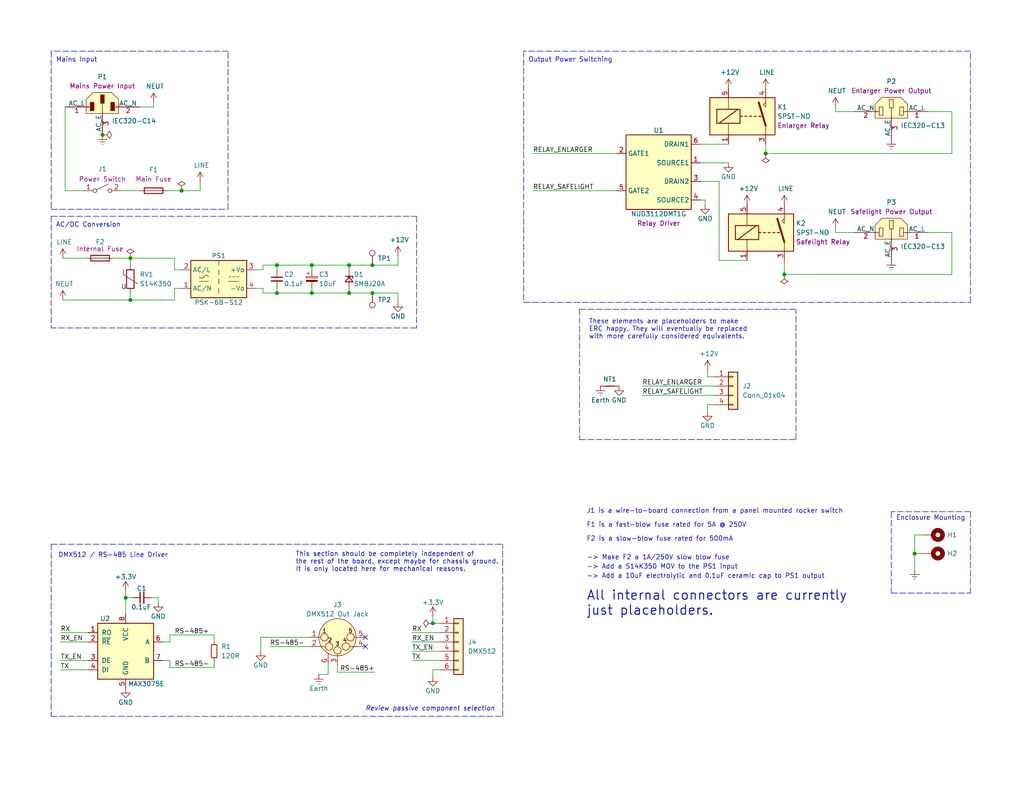
<source format=kicad_sch>
(kicad_sch (version 20211123) (generator eeschema)
  (paper "USLetter")
  (title_block (title "Printalyzer - Power Input Board") (date "2020-11-16") (rev "A") (company "Dektronics, Inc.") (comment 1 "Derek Konigsberg"))
  (lib_symbols
    (symbol "Connector:TestPoint" (pin_numbers hide) (pin_names (offset 0.762) hide)
      (property "Reference" "TP" (at 0 6.858 0))
      (property "Value" "TestPoint" (at 0 5.08 0))
      (symbol "TestPoint_0_1"
        (circle (center 0 3.302) (radius 0.762))
      )
      (symbol "TestPoint_1_1"
        (pin passive line (at 0 0 90) (length 2.54) (name "1") (number "1"))
      )
    )
    (symbol "Connector_Generic:Conn_01x04" (pin_names (offset 1.016) hide)
      (property "Reference" "J" (at 0 5.08 0))
      (property "Value" "Conn_01x04" (at 0 -7.62 0))
      (symbol "Conn_01x04_1_1"
        (rectangle (start -1.27 -4.953) (end 0 -5.207) (stroke (width 0.1524)))
        (rectangle (start -1.27 -2.413) (end 0 -2.667) (stroke (width 0.1524)))
        (rectangle (start -1.27 0.127) (end 0 -0.127) (stroke (width 0.1524)))
        (rectangle (start -1.27 2.667) (end 0 2.413) (stroke (width 0.1524)))
        (rectangle (start -1.27 3.81) (end 1.27 -6.35) (stroke (width 0.254)) (fill (type background)))
        (pin passive line (at -5.08 2.54 0) (length 3.81) (name "Pin_1") (number "1"))
        (pin passive line (at -5.08 0 0) (length 3.81) (name "Pin_2") (number "2"))
        (pin passive line (at -5.08 -2.54 0) (length 3.81) (name "Pin_3") (number "3"))
        (pin passive line (at -5.08 -5.08 0) (length 3.81) (name "Pin_4") (number "4"))
      )
    )
    (symbol "Connector_Generic:Conn_01x06" (pin_names (offset 1.016) hide)
      (property "Reference" "J" (at 0 7.62 0))
      (property "Value" "Conn_01x06" (at 0 -10.16 0))
      (symbol "Conn_01x06_1_1"
        (rectangle (start -1.27 -7.493) (end 0 -7.747) (stroke (width 0.1524)))
        (rectangle (start -1.27 -4.953) (end 0 -5.207) (stroke (width 0.1524)))
        (rectangle (start -1.27 -2.413) (end 0 -2.667) (stroke (width 0.1524)))
        (rectangle (start -1.27 0.127) (end 0 -0.127) (stroke (width 0.1524)))
        (rectangle (start -1.27 2.667) (end 0 2.413) (stroke (width 0.1524)))
        (rectangle (start -1.27 5.207) (end 0 4.953) (stroke (width 0.1524)))
        (rectangle (start -1.27 6.35) (end 1.27 -8.89) (stroke (width 0.254)) (fill (type background)))
        (pin passive line (at -5.08 5.08 0) (length 3.81) (name "Pin_1") (number "1"))
        (pin passive line (at -5.08 2.54 0) (length 3.81) (name "Pin_2") (number "2"))
        (pin passive line (at -5.08 0 0) (length 3.81) (name "Pin_3") (number "3"))
        (pin passive line (at -5.08 -2.54 0) (length 3.81) (name "Pin_4") (number "4"))
        (pin passive line (at -5.08 -5.08 0) (length 3.81) (name "Pin_5") (number "5"))
        (pin passive line (at -5.08 -7.62 0) (length 3.81) (name "Pin_6") (number "6"))
      )
    )
    (symbol "Device:C_Polarized_Small" (pin_numbers hide) (pin_names (offset 0.254) hide)
      (property "Reference" "C" (at 0.254 1.778 0))
      (property "Value" "C_Polarized_Small" (at 0.254 -2.032 0))
      (symbol "C_Polarized_Small_0_1"
        (rectangle (start -1.524 -0.3048) (end 1.524 -0.6858) (fill (type outline)))
        (rectangle (start -1.524 0.6858) (end 1.524 0.3048))
        (polyline (pts (xy -1.27 1.524) (xy -0.762 1.524)))
        (polyline (pts (xy -1.016 1.27) (xy -1.016 1.778)))
      )
      (symbol "C_Polarized_Small_1_1"
        (pin passive line (at 0 2.54 270) (length 1.8542) (name "~") (number "1"))
        (pin passive line (at 0 -2.54 90) (length 1.8542) (name "~") (number "2"))
      )
    )
    (symbol "Device:C_Small" (pin_numbers hide) (pin_names (offset 0.254) hide)
      (property "Reference" "C" (at 0.254 1.778 0))
      (property "Value" "C_Small" (at 0.254 -2.032 0))
      (symbol "C_Small_0_1"
        (polyline (pts (xy -1.524 -0.508) (xy 1.524 -0.508)) (stroke (width 0.3302)))
        (polyline (pts (xy -1.524 0.508) (xy 1.524 0.508)) (stroke (width 0.3048)))
      )
      (symbol "C_Small_1_1"
        (pin passive line (at 0 2.54 270) (length 2.032) (name "~") (number "1"))
        (pin passive line (at 0 -2.54 90) (length 2.032) (name "~") (number "2"))
      )
    )
    (symbol "Device:D_Zener_Small" (pin_numbers hide) (pin_names (offset 0.254) hide)
      (property "Reference" "D" (at 0 2.286 0))
      (property "Value" "D_Zener_Small" (at 0 -2.286 0))
      (symbol "D_Zener_Small_0_1"
        (polyline (pts (xy 0.762 0) (xy -0.762 0)))
        (polyline (pts (xy -0.254 1.016) (xy -0.762 1.016) (xy -0.762 -1.016)) (stroke (width 0.254)))
        (polyline (pts (xy 0.762 1.016) (xy -0.762 0) (xy 0.762 -1.016) (xy 0.762 1.016)) (stroke (width 0.254)))
      )
      (symbol "D_Zener_Small_1_1"
        (pin passive line (at -2.54 0 0) (length 1.778) (name "K") (number "1"))
        (pin passive line (at 2.54 0 180) (length 1.778) (name "A") (number "2"))
      )
    )
    (symbol "Device:Fuse" (pin_numbers hide) (pin_names (offset 0))
      (property "Reference" "F" (at 2.032 0 90))
      (property "Value" "Fuse" (at -1.905 0 90))
      (symbol "Fuse_0_1"
        (rectangle (start -0.762 -2.54) (end 0.762 2.54) (stroke (width 0.254)))
        (polyline (pts (xy 0 2.54) (xy 0 -2.54)))
      )
      (symbol "Fuse_1_1"
        (pin passive line (at 0 3.81 270) (length 1.27) (name "~") (number "1"))
        (pin passive line (at 0 -3.81 90) (length 1.27) (name "~") (number "2"))
      )
    )
    (symbol "Device:NetTie_2" (pin_numbers hide) (pin_names (offset 0) hide) (in_bom no)
      (property "Reference" "NT" (at 0 1.27 0))
      (property "Value" "NetTie_2" (at 0 -1.27 0))
      (symbol "NetTie_2_0_1"
        (polyline (pts (xy -1.27 0) (xy 1.27 0)) (stroke (width 0.254)))
      )
      (symbol "NetTie_2_1_1"
        (pin passive line (at -2.54 0 0) (length 2.54) (name "1") (number "1"))
        (pin passive line (at 2.54 0 180) (length 2.54) (name "2") (number "2"))
      )
    )
    (symbol "Device:R_Small" (pin_numbers hide) (pin_names (offset 0.254) hide)
      (property "Reference" "R" (at 0.762 0.508 0))
      (property "Value" "R_Small" (at 0.762 -1.016 0))
      (symbol "R_Small_0_1"
        (rectangle (start -0.762 1.778) (end 0.762 -1.778) (stroke (width 0.2032)))
      )
      (symbol "R_Small_1_1"
        (pin passive line (at 0 2.54 270) (length 0.762) (name "~") (number "1"))
        (pin passive line (at 0 -2.54 90) (length 0.762) (name "~") (number "2"))
      )
    )
    (symbol "Device:Varistor" (pin_numbers hide) (pin_names (offset 0))
      (property "Reference" "RV" (at 3.175 0 90))
      (property "Value" "Varistor" (at -3.175 0 90))
      (symbol "Varistor_0_0"
        (text "U" (at -1.778 -2.032 0) (effects (font (size 1.27 1.27))))
      )
      (symbol "Varistor_0_1"
        (rectangle (start -1.016 -2.54) (end 1.016 2.54) (stroke (width 0.254)))
        (polyline (pts (xy -1.905 2.54) (xy -1.905 1.27) (xy 1.905 -1.27)))
      )
      (symbol "Varistor_1_1"
        (pin passive line (at 0 3.81 270) (length 1.27) (name "~") (number "1"))
        (pin passive line (at 0 -3.81 90) (length 1.27) (name "~") (number "2"))
      )
    )
    (symbol "Interface_UART:MAX3075E" (pin_names (offset 1.016))
      (property "Reference" "U" (at -7.62 8.89 0))
      (property "Value" "MAX3075E" (at 2.54 8.89 0))
      (symbol "MAX3075E_0_1"
        (rectangle (start -7.62 7.62) (end 7.62 -7.62) (stroke (width 0.254)) (fill (type background)))
      )
      (symbol "MAX3075E_1_1"
        (pin output line (at -10.16 5.08 0) (length 2.54) (name "RO") (number "1"))
        (pin input line (at -10.16 2.54 0) (length 2.54) (name "~{RE}") (number "2"))
        (pin input line (at -10.16 -2.54 0) (length 2.54) (name "DE") (number "3"))
        (pin input line (at -10.16 -5.08 0) (length 2.54) (name "DI") (number "4"))
        (pin power_in line (at 0 -10.16 90) (length 2.54) (name "GND") (number "5"))
        (pin bidirectional line (at 10.16 2.54 180) (length 2.54) (name "A") (number "6"))
        (pin bidirectional line (at 10.16 -2.54 180) (length 2.54) (name "B") (number "7"))
        (pin power_in line (at 0 10.16 270) (length 2.54) (name "VCC") (number "8"))
      )
    )
    (symbol "Mechanical:MountingHole_Pad" (pin_numbers hide) (pin_names (offset 1.016) hide)
      (property "Reference" "H" (at 0 6.35 0))
      (property "Value" "MountingHole_Pad" (at 0 4.445 0))
      (symbol "MountingHole_Pad_0_1"
        (circle (center 0 1.27) (radius 1.27) (stroke (width 1.27)))
      )
      (symbol "MountingHole_Pad_1_1"
        (pin input line (at 0 -2.54 90) (length 2.54) (name "1") (number "1"))
      )
    )
    (symbol "Project:Conn_PX0580-PC" (pin_names (offset 0))
      (property "Reference" "P" (at 0 4.318 0))
      (property "Value" "Conn_PX0580-PC" (at 10.922 -4.318 0))
      (symbol "Conn_PX0580-PC_0_1"
        (rectangle (start -3.302 1.27) (end -2.286 -1.016) (fill (type outline)))
        (rectangle (start -0.508 3.302) (end 0.508 1.016) (fill (type outline)))
        (polyline (pts (xy -4.572 0) (xy -3.302 0)))
        (polyline (pts (xy 0 -1.524) (xy 0 1.016)))
        (polyline (pts (xy 4.572 0) (xy 3.302 0)))
        (polyline (pts (xy -4.445 -1.778) (xy 4.445 -1.778) (xy 4.445 2.032) (xy 2.54 3.937) (xy -2.54 3.937) (xy -4.445 2.032) (xy -4.445 -1.778)) (fill (type background)))
        (rectangle (start 2.286 1.27) (end 3.302 -1.016) (fill (type outline)))
      )
      (symbol "Conn_PX0580-PC_1_1"
        (pin power_out line (at -10.16 0 0) (length 6.35) (name "AC_L") (number "1"))
        (pin power_out line (at 10.16 0 180) (length 6.35) (name "AC_N") (number "2"))
        (pin passive line (at 0 -7.62 90) (length 6.35) (name "AC_E") (number "3"))
      )
    )
    (symbol "Project:Conn_PX0675-PC" (pin_names (offset 0))
      (property "Reference" "P" (at 0 4.318 0))
      (property "Value" "Conn_PX0675-PC" (at 10.922 -4.318 0))
      (symbol "Conn_PX0675-PC_0_1"
        (rectangle (start -3.302 1.27) (end -2.286 -1.016))
        (rectangle (start -0.508 3.302) (end 0.508 1.016))
        (polyline (pts (xy -4.572 0) (xy -3.302 0)))
        (polyline (pts (xy 0 -1.524) (xy 0 1.016)))
        (polyline (pts (xy 4.572 0) (xy 3.302 0)))
        (polyline (pts (xy -4.445 -1.778) (xy 4.445 -1.778) (xy 4.445 2.032) (xy 2.54 3.937) (xy -2.54 3.937) (xy -4.445 2.032) (xy -4.445 -1.778)) (fill (type background)))
        (rectangle (start 2.286 1.27) (end 3.302 -1.016))
      )
      (symbol "Conn_PX0675-PC_1_1"
        (pin power_in line (at 10.16 0 180) (length 6.35) (name "AC_L") (number "1"))
        (pin power_in line (at -10.16 0 0) (length 6.35) (name "AC_N") (number "2"))
        (pin passive line (at 0 -7.62 90) (length 6.35) (name "AC_E") (number "3"))
      )
    )
    (symbol "Project:G2RL-1A4-DC12"
      (property "Reference" "K" (at 8.89 3.81 0))
      (property "Value" "G2RL-1A4-DC12" (at 8.89 1.27 0))
      (symbol "G2RL-1A4-DC12_0_0"
        (polyline (pts (xy 5.08 5.08) (xy 5.08 2.54) (xy 4.445 3.175) (xy 5.08 3.81)))
      )
      (symbol "G2RL-1A4-DC12_0_1"
        (rectangle (start -10.16 5.08) (end 7.62 -5.08) (stroke (width 0.254)) (fill (type background)))
        (rectangle (start -8.255 1.905) (end -1.905 -1.905) (stroke (width 0.254)))
        (polyline (pts (xy -7.62 -1.905) (xy -2.54 1.905)) (stroke (width 0.254)))
        (polyline (pts (xy -5.08 -5.08) (xy -5.08 -1.905)))
        (polyline (pts (xy -5.08 5.08) (xy -5.08 1.905)))
        (polyline (pts (xy -1.905 0) (xy -1.27 0)) (stroke (width 0.254)))
        (polyline (pts (xy -0.635 0) (xy 0 0)) (stroke (width 0.254)))
        (polyline (pts (xy 0.635 0) (xy 1.27 0)) (stroke (width 0.254)))
        (polyline (pts (xy 1.905 0) (xy 2.54 0)) (stroke (width 0.254)))
        (polyline (pts (xy 3.175 0) (xy 3.81 0)) (stroke (width 0.254)))
        (polyline (pts (xy 5.08 -2.54) (xy 3.175 3.81)) (stroke (width 0.508)))
        (polyline (pts (xy 5.08 -2.54) (xy 5.08 -5.08)))
      )
      (symbol "G2RL-1A4-DC12_1_1"
        (pin passive line (at -5.08 -7.62 90) (length 2.54) (name "~") (number "1"))
        (pin passive line (at 5.08 -7.62 90) (length 2.54) (name "~") (number "3"))
        (pin passive line (at 5.08 7.62 270) (length 2.54) (name "~") (number "4"))
        (pin passive line (at -5.08 7.62 270) (length 2.54) (name "~") (number "5"))
      )
    )
    (symbol "Project:NUD3112DMT1G"
      (property "Reference" "U" (at -8.89 11.43 0))
      (property "Value" "NUD3112DMT1G" (at -8.89 -11.43 0))
      (symbol "NUD3112DMT1G_0_1"
        (rectangle (start -8.89 10.16) (end 8.89 -10.16) (stroke (width 0.254)) (fill (type background)))
      )
      (symbol "NUD3112DMT1G_1_1"
        (pin passive line (at 11.43 2.54 180) (length 2.54) (name "SOURCE1") (number "1"))
        (pin input line (at -11.43 5.08 0) (length 2.54) (name "GATE1") (number "2"))
        (pin passive line (at 11.43 -2.54 180) (length 2.54) (name "DRAIN2") (number "3"))
        (pin passive line (at 11.43 -7.62 180) (length 2.54) (name "SOURCE2") (number "4"))
        (pin input line (at -11.43 -5.08 0) (length 2.54) (name "GATE2") (number "5"))
        (pin passive line (at 11.43 7.62 180) (length 2.54) (name "DRAIN1") (number "6"))
      )
    )
    (symbol "Project:PSK-6B-S12"
      (property "Reference" "PS" (at 0 6.35 0))
      (property "Value" "PSK-6B-S12" (at 0 -6.35 0))
      (symbol "PSK-6B-S12_0_1"
        (rectangle (start -7.62 5.08) (end 7.62 -5.08) (stroke (width 0.254)) (fill (type background)))
        (arc (start -5.334 0.635) (mid -4.699 0.2495) (end -4.064 0.635))
        (arc (start -2.794 0.635) (mid -3.429 1.0072) (end -4.064 0.635))
        (polyline (pts (xy -5.334 -0.635) (xy -2.794 -0.635)))
        (polyline (pts (xy 0 -2.54) (xy 0 -3.81)))
        (polyline (pts (xy 0 0) (xy 0 -1.27)))
        (polyline (pts (xy 0 2.54) (xy 0 1.27)))
        (polyline (pts (xy 0 5.08) (xy 0 3.81)))
        (polyline (pts (xy 2.794 -0.635) (xy 5.334 -0.635)))
        (polyline (pts (xy 2.794 0.635) (xy 3.302 0.635)))
        (polyline (pts (xy 3.81 0.635) (xy 4.318 0.635)))
        (polyline (pts (xy 4.826 0.635) (xy 5.334 0.635)))
      )
      (symbol "PSK-6B-S12_1_1"
        (pin power_in line (at -10.16 -2.54 0) (length 2.54) (name "AC/N") (number "1"))
        (pin power_in line (at -10.16 2.54 0) (length 2.54) (name "AC/L") (number "2"))
        (pin power_out line (at 10.16 2.54 180) (length 2.54) (name "+Vo") (number "3"))
        (pin power_out line (at 10.16 -2.54 180) (length 2.54) (name "-Vo") (number "4"))
      )
    )
    (symbol "Project:XLR5_Ground" (pin_names hide)
      (property "Reference" "J" (at 0 8.89 0))
      (property "Value" "XLR5_Ground" (at 0 6.35 0))
      (symbol "XLR5_Ground_0_1"
        (circle (center -3.556 0) (radius 1.016))
        (circle (center -2.286 -2.54) (radius 1.016))
        (circle (center 0 -3.556) (radius 1.016))
        (polyline (pts (xy -5.08 -2.54) (xy -4.445 -2.54)))
        (polyline (pts (xy -5.08 0) (xy -4.572 0)))
        (polyline (pts (xy -4.572 -2.54) (xy -3.302 -2.54)))
        (polyline (pts (xy -2.54 -5.08) (xy -2.54 -4.445)))
        (polyline (pts (xy 0 -5.08) (xy 0 -4.572)))
        (polyline (pts (xy 4.572 -2.54) (xy 3.302 -2.54)))
        (polyline (pts (xy 5.08 -2.54) (xy 4.445 -2.54)))
        (polyline (pts (xy 5.08 0) (xy 4.572 0)))
        (circle (center 0 0) (radius 5.08) (fill (type background)))
        (circle (center 2.286 -2.54) (radius 1.016))
        (circle (center 3.556 0) (radius 1.016))
        (text "1" (at -3.556 1.778 0) (effects (font (size 1.016 1.016) bold)))
        (text "2" (at -2.032 -0.762 0) (effects (font (size 1.016 1.016) bold)))
        (text "3" (at 0 -1.778 0) (effects (font (size 1.016 1.016) bold)))
        (text "4" (at 2.032 -0.762 0) (effects (font (size 1.016 1.016) bold)))
        (text "5" (at 3.556 1.778 0) (effects (font (size 1.016 1.016) bold)))
      )
      (symbol "XLR5_Ground_1_1"
        (pin passive line (at -7.62 0 0) (length 2.54) (name "P1") (number "1"))
        (pin passive line (at -7.62 -2.54 0) (length 2.54) (name "P2") (number "2"))
        (pin passive line (at 0 -7.62 90) (length 2.54) (name "P3") (number "3"))
        (pin passive line (at 7.62 -2.54 180) (length 2.54) (name "P3") (number "4"))
        (pin passive line (at 7.62 0 180) (length 2.54) (name "P5") (number "5"))
        (pin passive line (at -2.54 -7.62 90) (length 2.54) (name "~") (number "G"))
      )
    )
    (symbol "Switch:SW_SPST" (pin_names (offset 0) hide)
      (property "Reference" "SW" (at 0 3.175 0))
      (property "Value" "SW_SPST" (at 0 -2.54 0))
      (symbol "SW_SPST_0_0"
        (circle (center -2.032 0) (radius 0.508))
        (polyline (pts (xy -1.524 0.254) (xy 1.524 1.778)))
        (circle (center 2.032 0) (radius 0.508))
      )
      (symbol "SW_SPST_1_1"
        (pin passive line (at -5.08 0 0) (length 2.54) (name "A") (number "1"))
        (pin passive line (at 5.08 0 180) (length 2.54) (name "B") (number "2"))
      )
    )
    (symbol "power:+12V" (power) (pin_names (offset 0))
      (property "Value" "+12V" (at 0 3.556 0))
      (symbol "+12V_0_1"
        (polyline (pts (xy -0.762 1.27) (xy 0 2.54)))
        (polyline (pts (xy 0 0) (xy 0 2.54)))
        (polyline (pts (xy 0 2.54) (xy 0.762 1.27)))
      )
      (symbol "+12V_1_1"
        (pin power_in line (at 0 0 90) (length 0) hide (name "+12V") (number "1"))
      )
    )
    (symbol "power:+3.3V" (power) (pin_names (offset 0))
      (property "Value" "+3.3V" (at 0 3.556 0))
      (symbol "+3.3V_0_1"
        (polyline (pts (xy -0.762 1.27) (xy 0 2.54)))
        (polyline (pts (xy 0 0) (xy 0 2.54)))
        (polyline (pts (xy 0 2.54) (xy 0.762 1.27)))
      )
      (symbol "+3.3V_1_1"
        (pin power_in line (at 0 0 90) (length 0) hide (name "+3.3V") (number "1"))
      )
    )
    (symbol "power:Earth" (power) (pin_names (offset 0))
      (symbol "Earth_0_1"
        (polyline (pts (xy -0.635 -1.905) (xy 0.635 -1.905)))
        (polyline (pts (xy -0.127 -2.54) (xy 0.127 -2.54)))
        (polyline (pts (xy 0 -1.27) (xy 0 0)))
        (polyline (pts (xy 1.27 -1.27) (xy -1.27 -1.27)))
      )
      (symbol "Earth_1_1"
        (pin power_in line (at 0 0 270) (length 0) hide (name "Earth") (number "1"))
      )
    )
    (symbol "power:GND" (power) (pin_names (offset 0))
      (property "Value" "GND" (at 0 -3.81 0))
      (symbol "GND_0_1"
        (polyline (pts (xy 0 0) (xy 0 -1.27) (xy 1.27 -1.27) (xy 0 -2.54) (xy -1.27 -1.27) (xy 0 -1.27)))
      )
      (symbol "GND_1_1"
        (pin power_in line (at 0 0 270) (length 0) hide (name "GND") (number "1"))
      )
    )
    (symbol "power:LINE" (power) (pin_names (offset 0))
      (property "Value" "LINE" (at 0 3.81 0))
      (symbol "LINE_0_1"
        (polyline (pts (xy -0.762 1.27) (xy 0 2.54)))
        (polyline (pts (xy 0 0) (xy 0 2.54)))
        (polyline (pts (xy 0 2.54) (xy 0.762 1.27)))
      )
      (symbol "LINE_1_1"
        (pin power_in line (at 0 0 90) (length 0) hide (name "LINE") (number "1"))
      )
    )
    (symbol "power:NEUT" (power) (pin_names (offset 0))
      (property "Value" "NEUT" (at 0 3.81 0))
      (symbol "NEUT_0_1"
        (polyline (pts (xy -0.762 1.27) (xy 0 2.54)))
        (polyline (pts (xy 0 0) (xy 0 2.54)))
        (polyline (pts (xy 0 2.54) (xy 0.762 1.27)))
      )
      (symbol "NEUT_1_1"
        (pin power_in line (at 0 0 90) (length 0) hide (name "NEUT") (number "1"))
      )
    )
    (symbol "power:PWR_FLAG" (power) (pin_numbers hide) (pin_names (offset 0) hide)
      (property "Value" "PWR_FLAG" (at 0 3.81 0))
      (symbol "PWR_FLAG_0_0"
        (pin power_out line (at 0 0 90) (length 0) (name "pwr") (number "1"))
      )
      (symbol "PWR_FLAG_0_1"
        (polyline (pts (xy 0 0) (xy 0 1.27) (xy -1.016 1.905) (xy 0 2.54) (xy 1.016 1.905) (xy 0 1.27)))
      )
    )
  )
  (junction (at 95.25 80.01))
  (junction (at 49.53 52.07))
  (junction (at 27.94 36.83))
  (junction (at 101.6 72.39))
  (junction (at 101.6 80.01))
  (junction (at 95.25 72.39))
  (junction (at 34.29 163.195))
  (junction (at 75.565 72.39))
  (junction (at 35.56 81.915))
  (junction (at 85.09 72.39))
  (junction (at 208.915 41.91))
  (junction (at 35.56 70.485))
  (junction (at 85.09 80.01))
  (junction (at 213.995 74.93))
  (junction (at 249.555 151.13))
  (junction (at 118.11 170.18))
  (junction (at 75.565 80.01))
  (no_connect (at 99.695 173.99))
  (no_connect (at 99.695 176.53))
  (polyline (pts (xy 13.97 57.15) (xy 62.23 57.15)))
  (wire (pts (xy 16.51 175.26) (xy 24.13 175.26)))
  (polyline (pts (xy 158.115 84.455) (xy 217.17 84.455)))
  (wire (pts (xy 35.56 70.485) (xy 47.625 70.485)))
  (wire (pts (xy 95.25 78.74) (xy 95.25 80.01)))
  (wire (pts (xy 41.275 163.195) (xy 43.18 163.195)))
  (wire (pts (xy 47.625 78.74) (xy 47.625 81.915)))
  (wire (pts (xy 45.72 52.07) (xy 49.53 52.07)))
  (wire (pts (xy 193.04 100.965) (xy 193.04 102.87)))
  (wire (pts (xy 34.29 161.29) (xy 34.29 163.195)))
  (wire (pts (xy 46.355 180.34) (xy 46.355 182.245)))
  (wire (pts (xy 108.585 80.01) (xy 108.585 82.55)))
  (wire (pts (xy 47.625 70.485) (xy 47.625 73.66)))
  (wire (pts (xy 75.565 80.01) (xy 85.09 80.01)))
  (wire (pts (xy 120.015 182.88) (xy 118.11 182.88)))
  (wire (pts (xy 259.715 74.93) (xy 259.715 63.5)))
  (polyline (pts (xy 13.97 195.58) (xy 137.16 195.58)))
  (wire (pts (xy 112.395 177.8) (xy 120.015 177.8)))
  (wire (pts (xy 71.755 72.39) (xy 75.565 72.39)))
  (wire (pts (xy 191.135 39.37) (xy 198.755 39.37)))
  (wire (pts (xy 16.51 182.88) (xy 24.13 182.88)))
  (wire (pts (xy 191.135 54.61) (xy 192.405 54.61)))
  (wire (pts (xy 249.555 146.05) (xy 249.555 151.13)))
  (wire (pts (xy 112.395 172.72) (xy 120.015 172.72)))
  (wire (pts (xy 213.995 71.12) (xy 213.995 74.93)))
  (wire (pts (xy 85.09 72.39) (xy 95.25 72.39)))
  (wire (pts (xy 85.09 78.74) (xy 85.09 80.01)))
  (wire (pts (xy 191.135 49.53) (xy 196.215 49.53)))
  (wire (pts (xy 69.85 73.66) (xy 71.755 73.66)))
  (wire (pts (xy 71.12 173.99) (xy 84.455 173.99)))
  (polyline (pts (xy 13.97 59.055) (xy 113.665 59.055)))
  (wire (pts (xy 33.02 52.07) (xy 38.1 52.07)))
  (wire (pts (xy 193.04 110.49) (xy 193.04 112.395)))
  (wire (pts (xy 46.355 182.245) (xy 58.42 182.245)))
  (wire (pts (xy 58.42 182.245) (xy 58.42 180.34)))
  (wire (pts (xy 58.42 173.355) (xy 58.42 175.26)))
  (wire (pts (xy 35.56 70.485) (xy 35.56 72.39)))
  (polyline (pts (xy 217.17 120.015) (xy 217.17 84.455)))
  (wire (pts (xy 38.1 29.21) (xy 41.91 29.21)))
  (polyline (pts (xy 158.115 120.015) (xy 217.17 120.015)))
  (wire (pts (xy 118.11 168.275) (xy 118.11 170.18)))
  (wire (pts (xy 35.56 81.915) (xy 35.56 80.01)))
  (wire (pts (xy 108.585 72.39) (xy 108.585 69.85)))
  (wire (pts (xy 71.755 80.01) (xy 75.565 80.01)))
  (polyline (pts (xy 13.97 148.59) (xy 137.16 148.59)))
  (wire (pts (xy 43.18 163.195) (xy 43.18 164.465)))
  (wire (pts (xy 85.09 80.01) (xy 95.25 80.01)))
  (wire (pts (xy 49.53 52.07) (xy 54.61 52.07)))
  (wire (pts (xy 192.405 54.61) (xy 192.405 55.88)))
  (polyline (pts (xy 264.795 161.925) (xy 264.795 139.7)))
  (wire (pts (xy 17.78 29.21) (xy 17.78 52.07)))
  (wire (pts (xy 227.965 63.5) (xy 233.045 63.5)))
  (wire (pts (xy 101.6 80.01) (xy 108.585 80.01)))
  (wire (pts (xy 175.26 107.95) (xy 194.945 107.95)))
  (polyline (pts (xy 13.97 59.055) (xy 13.97 89.535)))
  (wire (pts (xy 112.395 175.26) (xy 120.015 175.26)))
  (wire (pts (xy 252.095 146.05) (xy 249.555 146.05)))
  (wire (pts (xy 95.25 72.39) (xy 95.25 73.66)))
  (wire (pts (xy 118.11 170.18) (xy 120.015 170.18)))
  (wire (pts (xy 85.09 72.39) (xy 85.09 73.66)))
  (wire (pts (xy 41.91 29.21) (xy 41.91 27.94)))
  (wire (pts (xy 252.095 151.13) (xy 249.555 151.13)))
  (wire (pts (xy 194.945 110.49) (xy 193.04 110.49)))
  (polyline (pts (xy 62.23 13.97) (xy 13.97 13.97)))
  (wire (pts (xy 213.995 74.93) (xy 259.715 74.93)))
  (wire (pts (xy 54.61 52.07) (xy 54.61 49.53)))
  (polyline (pts (xy 243.205 161.925) (xy 264.795 161.925)))
  (wire (pts (xy 47.625 81.915) (xy 35.56 81.915)))
  (wire (pts (xy 118.11 182.88) (xy 118.11 184.785)))
  (wire (pts (xy 92.075 181.61) (xy 92.075 183.515)))
  (wire (pts (xy 101.6 72.39) (xy 108.585 72.39)))
  (wire (pts (xy 95.25 72.39) (xy 101.6 72.39)))
  (wire (pts (xy 17.78 52.07) (xy 22.86 52.07)))
  (wire (pts (xy 227.965 62.23) (xy 227.965 63.5)))
  (wire (pts (xy 253.365 63.5) (xy 259.715 63.5)))
  (wire (pts (xy 92.075 183.515) (xy 102.235 183.515)))
  (wire (pts (xy 31.115 70.485) (xy 35.56 70.485)))
  (wire (pts (xy 208.915 39.37) (xy 208.915 41.91)))
  (wire (pts (xy 193.04 102.87) (xy 194.945 102.87)))
  (wire (pts (xy 47.625 73.66) (xy 49.53 73.66)))
  (wire (pts (xy 73.66 176.53) (xy 84.455 176.53)))
  (wire (pts (xy 227.965 29.21) (xy 227.965 30.48)))
  (polyline (pts (xy 243.205 139.7) (xy 243.205 161.925)))
  (wire (pts (xy 145.415 41.91) (xy 168.275 41.91)))
  (polyline (pts (xy 264.795 139.7) (xy 243.205 139.7)))
  (wire (pts (xy 75.565 72.39) (xy 85.09 72.39)))
  (wire (pts (xy 44.45 180.34) (xy 46.355 180.34)))
  (wire (pts (xy 227.965 30.48) (xy 233.045 30.48)))
  (polyline (pts (xy 142.875 82.55) (xy 264.795 82.55)))
  (polyline (pts (xy 158.115 84.455) (xy 158.115 120.015)))
  (wire (pts (xy 69.85 78.74) (xy 71.755 78.74)))
  (wire (pts (xy 71.12 173.99) (xy 71.12 177.8)))
  (wire (pts (xy 95.25 80.01) (xy 101.6 80.01)))
  (polyline (pts (xy 13.97 13.97) (xy 13.97 57.15)))
  (wire (pts (xy 196.215 71.12) (xy 203.835 71.12)))
  (wire (pts (xy 16.51 172.72) (xy 24.13 172.72)))
  (wire (pts (xy 46.355 173.355) (xy 58.42 173.355)))
  (wire (pts (xy 89.535 181.61) (xy 89.535 184.15)))
  (wire (pts (xy 16.51 180.34) (xy 24.13 180.34)))
  (wire (pts (xy 112.395 180.34) (xy 120.015 180.34)))
  (polyline (pts (xy 113.665 89.535) (xy 13.97 89.535)))
  (wire (pts (xy 191.135 44.45) (xy 198.755 44.45)))
  (polyline (pts (xy 142.875 13.97) (xy 142.875 82.55)))
  (polyline (pts (xy 137.16 195.58) (xy 137.16 148.59)))
  (wire (pts (xy 208.915 41.91) (xy 259.715 41.91)))
  (wire (pts (xy 71.755 78.74) (xy 71.755 80.01)))
  (polyline (pts (xy 113.665 59.055) (xy 113.665 89.535)))
  (wire (pts (xy 34.29 163.195) (xy 34.29 167.64)))
  (polyline (pts (xy 264.795 82.55) (xy 264.795 13.97)))
  (wire (pts (xy 145.415 52.07) (xy 168.275 52.07)))
  (wire (pts (xy 175.26 105.41) (xy 194.945 105.41)))
  (wire (pts (xy 75.565 72.39) (xy 75.565 73.66)))
  (polyline (pts (xy 264.795 13.97) (xy 142.875 13.97)))
  (polyline (pts (xy 62.23 57.15) (xy 62.23 13.97)))
  (wire (pts (xy 259.715 41.91) (xy 259.715 30.48)))
  (wire (pts (xy 196.215 49.53) (xy 196.215 71.12)))
  (wire (pts (xy 71.755 73.66) (xy 71.755 72.39)))
  (wire (pts (xy 49.53 78.74) (xy 47.625 78.74)))
  (wire (pts (xy 17.145 70.485) (xy 23.495 70.485)))
  (wire (pts (xy 75.565 78.74) (xy 75.565 80.01)))
  (wire (pts (xy 46.355 175.26) (xy 46.355 173.355)))
  (wire (pts (xy 17.145 81.915) (xy 35.56 81.915)))
  (wire (pts (xy 249.555 151.13) (xy 249.555 155.575)))
  (wire (pts (xy 253.365 30.48) (xy 259.715 30.48)))
  (wire (pts (xy 44.45 175.26) (xy 46.355 175.26)))
  (wire (pts (xy 34.29 163.195) (xy 36.195 163.195)))
  (wire (pts (xy 89.535 184.15) (xy 86.995 184.15)))
  (polyline (pts (xy 13.97 148.59) (xy 13.97 195.58)))
  (text "This section should be completely independent of\nthe rest of the board, except maybe for chassis ground.\nIt is only located here for mechanical reasons." (at 80.645 156.21 0) (effects (font (size 1.27 1.27)) (justify left bottom)))
  (text "Review passive component selection" (at 99.695 194.31 0) (effects (font (size 1.27 1.27) italic) (justify left bottom)))
  (text "Enclosure Mounting" (at 244.475 142.24 0) (effects (font (size 1.27 1.27)) (justify left bottom)))
  (text "Output Power Switching" (at 144.145 17.145 0) (effects (font (size 1.27 1.27)) (justify left bottom)))
  (text "F2 is a slow-blow fuse rated for 500mA" (at 160.02 147.955 0) (effects (font (size 1.27 1.27)) (justify left bottom)))
  (text "-> Add a S14K350 MOV to the PS1 input" (at 160.02 155.575 0) (effects (font (size 1.27 1.27)) (justify left bottom)))
  (text "These elements are placeholders to make\nERC happy. They will eventually be replaced\nwith more carefully considered equivalents." (at 160.655 92.71 0) (effects (font (size 1.27 1.27)) (justify left bottom)))
  (text "-> Add a 10uF electrolytic and 0.1uF ceramic cap to PS1 output" (at 160.02 158.115 0) (effects (font (size 1.27 1.27)) (justify left bottom)))
  (text "F1 is a fast-blow fuse rated for 5A @ 250V" (at 160.02 144.145 0) (effects (font (size 1.27 1.27)) (justify left bottom)))
  (text "J1 is a wire-to-board connection from a panel mounted rocker switch" (at 160.02 140.335 0) (effects (font (size 1.27 1.27)) (justify left bottom)))
  (text "All internal connectors are currently\njust placeholders." (at 160.02 168.275 0) (effects (font (size 2.54 2.54) (thickness 0.254) bold) (justify left bottom)))
  (text "-> Make F2 a 1A/250V slow blow fuse" (at 160.02 153.035 0) (effects (font (size 1.27 1.27)) (justify left bottom)))
  (text "DMX512 / RS-485 Line Driver" (at 15.875 152.4 0) (effects (font (size 1.27 1.27)) (justify left bottom)))
  (text "Mains Input" (at 15.24 17.145 0) (effects (font (size 1.27 1.27)) (justify left bottom)))
  (text "AC/DC Conversion" (at 15.24 62.23 0) (effects (font (size 1.27 1.27)) (justify left bottom)))
  (label "RX_EN" (at 16.51 175.26 0))
  (label "RX_EN" (at 112.395 175.26 0))
  (label "RS-485+" (at 102.235 183.515 180))
  (label "RS-485-" (at 47.625 182.245 0))
  (label "RS-485+" (at 47.625 173.355 0))
  (label "RELAY_SAFELIGHT" (at 145.415 52.07 0))
  (label "TX" (at 112.395 180.34 0))
  (label "RELAY_ENLARGER" (at 145.415 41.91 0))
  (label "TX_EN" (at 16.51 180.34 0))
  (label "RS-485-" (at 73.66 176.53 0))
  (label "RX" (at 16.51 172.72 0))
  (label "TX_EN" (at 112.395 177.8 0))
  (label "RX" (at 112.395 172.72 0))
  (label "RELAY_SAFELIGHT" (at 175.26 107.95 0))
  (label "TX" (at 16.51 182.88 0))
  (label "RELAY_ENLARGER" (at 175.26 105.41 0))
  (symbol (lib_id "Mechanical:MountingHole_Pad") (at 254.635 146.05 270) (unit 1)
    (property "Reference" "H1" (at 258.445 146.05 90) (effects (justify left)))
    (property "Value" "MountingHole_Pad" (effects hide))
    (property "Footprint" "MountingHole:MountingHole_3.2mm_M3_Pad_Via" (effects hide))
  )
  (symbol (lib_id "Mechanical:MountingHole_Pad") (at 254.635 151.13 270) (unit 1)
    (property "Reference" "H2" (at 258.445 151.13 90) (effects (justify left)))
    (property "Value" "MountingHole_Pad" (effects hide))
    (property "Footprint" "MountingHole:MountingHole_3.2mm_M3_Pad_Via" (effects hide))
  )
  (symbol (lib_id "power:LINE") (at 213.995 55.88 0) (unit 1)
    (property "Reference" "#PWR012" (effects hide))
    (property "Value" "LINE" (at 214.376 51.4858 0))
  )
  (symbol (lib_id "Project:G2RL-1A4-DC12") (at 208.915 63.5 0) (unit 1)
    (property "Reference" "K2" (at 217.17 60.96 0) (effects (justify left)))
    (property "Value" "SPST-NO" (at 217.17 63.5 0) (effects (justify left)))
    (property "Footprint" "lib_fp:Relay_SPST_Omron_G2RL-1A" (effects hide))
    (property "Datasheet" "https://omronfs.omron.com/en_US/ecb/products/pdf/en-g2rl.pdf" (effects hide))
    (property "User Label" "Safelight Relay" (at 217.17 66.04 0) (effects (justify left)))
    (property "Description" "RELAY GEN PURPOSE SPST 12A 12V" (effects hide))
    (property "Manufacturer" "Omron" (effects hide))
    (property "Manufacturer PN" "G2RL-1A4 DC12" (effects hide))
    (property "Supplier" "Digi-Key" (effects hide))
    (property "Supplier PN" "Z2923-ND" (effects hide))
  )
  (symbol (lib_id "power:Earth") (at 86.995 184.15 0) (unit 1)
    (property "Reference" "#PWR025" (effects hide))
    (property "Value" "Earth" (at 86.995 187.96 0))
  )
  (symbol (lib_id "power:+12V") (at 203.835 55.88 0) (unit 1)
    (property "Reference" "#PWR010" (effects hide))
    (property "Value" "+12V" (at 204.216 51.4858 0))
  )
  (symbol (lib_id "Switch:SW_SPST") (at 27.94 52.07 0) (unit 1)
    (property "Reference" "J1" (at 27.94 46.101 0))
    (property "Value" "SW_SPST" (effects hide))
    (property "Footprint" "Connector_Wire:SolderWire-1.5sqmm_1x02_P7.8mm_D1.7mm_OD3.9mm" (effects hide))
    (property "User Label" "Power Switch" (at 27.94 48.895 0))
  )
  (symbol (lib_id "power:Earth") (at 243.205 38.1 0) (unit 1)
    (property "Reference" "#PWR015" (effects hide))
    (property "Value" "Earth" (effects hide))
  )
  (symbol (lib_id "Connector_Generic:Conn_01x06") (at 125.095 175.26 0) (unit 1)
    (property "Reference" "J4" (at 127.635 175.2599 0) (effects (justify left)))
    (property "Value" "DMX512" (at 127.635 177.7999 0) (effects (justify left)))
    (property "Footprint" "Connector_JST:JST_EH_B6B-EH-A_1x06_P2.50mm_Vertical" (effects hide))
  )
  (symbol (lib_id "Device:C_Small") (at 75.565 76.2 0) (unit 1)
    (property "Reference" "C2" (at 77.47 74.93 0) (effects (justify left)))
    (property "Value" "0.1uF" (at 77.47 77.47 0) (effects (justify left)))
    (property "Footprint" "Capacitor_SMD:C_1206_3216Metric" (effects hide))
    (property "Datasheet" "https://connect.kemet.com:7667/gateway/IntelliData-ComponentDocumentation/1.0/download/datasheet/C1206C104KMREC7800" (effects hide))
    (property "Description" "CAP CER 1206 0.1UF 63V X7R 10%" (effects hide))
    (property "Manufacturer" "KEMET" (effects hide))
    (property "Manufacturer PN" "C1206C104KMREC7800" (effects hide))
    (property "Supplier" "Digi-Key" (effects hide))
    (property "Supplier PN" "399-C1206C104KMREC7800CT-ND" (effects hide))
  )
  (symbol (lib_id "power:GND") (at 43.18 164.465 0) (unit 1)
    (property "Reference" "#PWR023" (effects hide))
    (property "Value" "GND" (at 43.18 168.275 0))
  )
  (symbol (lib_id "Project:Conn_PX0580-PC") (at 27.94 29.21 0) (unit 1)
    (property "Reference" "P1" (at 27.94 20.955 0))
    (property "Value" "IEC320-C14" (at 30.48 33.02 0) (effects (justify left)))
    (property "Footprint" "lib_fp:Bulgin_PX0580-PC" (effects hide))
    (property "Datasheet" "https://www.bulgin.com/products/pub/media/bulgin/data/IEC_connectors.pdf" (effects hide))
    (property "User Label" "Mains Power Input" (at 27.94 23.495 0))
    (property "Description" "PWR ENT RCPT IEC320-C14 PNL SLDR" (effects hide))
    (property "Manufacturer" "Bulgin" (effects hide))
    (property "Manufacturer PN" "PX0580/PC" (effects hide))
    (property "Supplier" "Digi-Key" (effects hide))
    (property "Supplier PN" "708-1341-ND" (effects hide))
  )
  (symbol (lib_id "Device:NetTie_2") (at 166.37 105.41 0) (unit 1) (in_bom no)
    (property "Reference" "NT1" (at 166.37 103.505 0))
    (property "Value" "NetTie_2" (effects hide))
    (property "Footprint" "NetTie:NetTie-2_SMD_Pad2.0mm" (effects hide))
  )
  (symbol (lib_id "Project:Conn_PX0675-PC") (at 243.205 63.5 0) (unit 1)
    (property "Reference" "P3" (at 243.205 55.245 0))
    (property "Value" "IEC320-C13" (at 245.745 67.31 0) (effects (justify left)))
    (property "Footprint" "lib_fp:Bulgin_PX0675-PC" (effects hide))
    (property "Datasheet" "https://www.bulgin.com/products/pub/media/bulgin/data/IEC_connectors.pdf" (effects hide))
    (property "User Label" "Safelight Power Output" (at 243.205 57.785 0))
    (property "Description" "PWR ENT RCPT IEC320-2-2F PANEL" (effects hide))
    (property "Manufacturer" "Bulgin" (effects hide))
    (property "Manufacturer PN" "PX0675/PC" (effects hide))
    (property "Supplier" "Digi-Key" (effects hide))
    (property "Supplier PN" "708-1351-ND" (effects hide))
  )
  (symbol (lib_id "power:LINE") (at 54.61 49.53 0) (unit 1)
    (property "Reference" "#PWR04" (effects hide))
    (property "Value" "LINE" (at 54.991 45.1358 0))
  )
  (symbol (lib_id "Device:C_Polarized_Small") (at 85.09 76.2 0) (unit 1)
    (property "Reference" "C3" (at 86.995 74.93 0) (effects (justify left)))
    (property "Value" "10uF" (at 86.995 77.47 0) (effects (justify left)))
    (property "Footprint" "Capacitor_SMD:CP_Elec_6.3x5.4" (effects hide))
    (property "Datasheet" "https://content.kemet.com/datasheets/KEM_A4001_EDK.pdf" (effects hide))
    (property "Description" "CAP ALUM 10UF 20% 63V SMD" (effects hide))
    (property "Manufacturer" "KEMET" (effects hide))
    (property "Manufacturer PN" "EDK106M063A9GAA" (effects hide))
    (property "Supplier" "Digi-Key" (effects hide))
    (property "Supplier PN" "399-6049-1-ND" (effects hide))
  )
  (symbol (lib_id "Device:Fuse") (at 27.305 70.485 90) (unit 1)
    (property "Reference" "F2" (at 28.575 66.04 90) (effects (justify left)))
    (property "Value" "Fuse" (effects hide))
    (property "Footprint" "Fuse:Fuseholder_Cylinder-5x20mm_Schurter_0031_8201_Horizontal_Open" (effects hide))
    (property "Datasheet" "http://www.schurterinc.com/bundles/snceschurter/epim/_ProdPool_/newDS/en/typ_OGN.pdf" (effects hide))
    (property "User Label" "Internal Fuse" (at 27.305 67.945 90))
    (property "Description" "FUSE BLOK CARTRIDGE 500V 10A PCB" (effects hide))
    (property "Manufacturer" "Schurter Inc." (effects hide))
    (property "Manufacturer PN" "0031.8201" (effects hide))
    (property "Supplier" "Digi-Key" (effects hide))
    (property "Supplier PN" "486-1258-ND" (effects hide))
  )
  (symbol (lib_id "Device:D_Zener_Small") (at 95.25 76.2 270) (unit 1)
    (property "Reference" "D1" (at 96.52 74.93 90) (effects (justify left)))
    (property "Value" "SMBJ20A" (at 96.52 77.47 90) (effects (justify left)))
    (property "Footprint" "Diode_SMD:D_SMB" (effects hide))
    (property "Datasheet" "https://www.littelfuse.com/~/media/electronics/datasheets/tvs_diodes/littelfuse_tvs_diode_smbj_datasheet.pdf.pdf" (effects hide))
    (property "Description" "TVS DIODE 20VWM 32.4VC DO214AA" (effects hide))
    (property "Manufacturer" "Littelfuse Inc." (effects hide))
    (property "Manufacturer PN" "SMBJ20A" (effects hide))
    (property "Supplier" "Digi-Key" (effects hide))
    (property "Supplier PN" "SMBJ20ALFCT-ND" (effects hide))
  )
  (symbol (lib_id "power:+12V") (at 198.755 24.13 0) (unit 1)
    (property "Reference" "#PWR08" (effects hide))
    (property "Value" "+12V" (at 199.136 19.7358 0))
  )
  (symbol (lib_id "Project:Conn_PX0675-PC") (at 243.205 30.48 0) (unit 1)
    (property "Reference" "P2" (at 243.205 22.225 0))
    (property "Value" "IEC320-C13" (at 245.745 34.29 0) (effects (justify left)))
    (property "Footprint" "lib_fp:Bulgin_PX0675-PC" (effects hide))
    (property "Datasheet" "https://www.bulgin.com/products/pub/media/bulgin/data/IEC_connectors.pdf" (effects hide))
    (property "User Label" "Enlarger Power Output" (at 243.205 24.765 0))
    (property "Description" "PWR ENT RCPT IEC320-2-2F PANEL" (effects hide))
    (property "Manufacturer" "Bulgin" (effects hide))
    (property "Manufacturer PN" "PX0675/PC" (effects hide))
    (property "Supplier" "Digi-Key" (effects hide))
    (property "Supplier PN" "708-1351-ND" (effects hide))
  )
  (symbol (lib_id "Connector_Generic:Conn_01x04") (at 200.025 105.41 0) (unit 1)
    (property "Reference" "J2" (at 202.565 105.4099 0) (effects (justify left)))
    (property "Value" "Conn_01x04" (at 202.565 107.9499 0) (effects (justify left)))
    (property "Footprint" "Connector_JST:JST_EH_B4B-EH-A_1x04_P2.50mm_Vertical" (effects hide))
  )
  (symbol (lib_id "power:PWR_FLAG") (at 118.11 170.18 90) (unit 1)
    (property "Reference" "#FLG06" (effects hide))
    (property "Value" "PWR_FLAG" (effects hide))
  )
  (symbol (lib_id "power:PWR_FLAG") (at 49.53 52.07 0) (unit 1)
    (property "Reference" "#FLG01" (effects hide))
    (property "Value" "PWR_FLAG" (effects hide))
  )
  (symbol (lib_id "power:+3.3V") (at 118.11 168.275 0) (unit 1)
    (property "Reference" "#PWR027" (effects hide))
    (property "Value" "+3.3V" (at 118.11 164.465 0))
  )
  (symbol (lib_id "Connector:TestPoint") (at 101.6 80.01 180) (unit 1)
    (property "Reference" "TP2" (at 103.0732 81.8388 0) (effects (justify right)))
    (property "Value" "TestPoint" (effects hide))
    (property "Footprint" "TestPoint:TestPoint_Keystone_5005-5009_Compact" (effects hide))
    (property "Datasheet" "http://www.keyelco.com/product-pdf.cfm?p=1314" (effects hide))
    (property "Description" "PC TEST POINT COMPACT BLACK" (effects hide))
    (property "Manufacturer" "Keystone Electronics" (effects hide))
    (property "Manufacturer PN" "5006" (effects hide))
    (property "Supplier" "Digi-Key" (effects hide))
    (property "Supplier PN" "36-5006-ND" (effects hide))
  )
  (symbol (lib_id "Project:XLR5_Ground") (at 92.075 173.99 0) (unit 1)
    (property "Reference" "J3" (at 92.075 165.1 0))
    (property "Value" "DMX512 Out Jack" (at 92.075 167.64 0))
    (property "Footprint" "Connector_Audio:Jack_XLR_Neutrik_NC5FBH_Horizontal" (effects hide))
    (property "Datasheet" "https://www.mouser.com/datasheet/2/289/nc5fbh-3-1853668.pdf" (effects hide))
    (property "Description" "XLR Connectors 5C PCB FEMALE RECEPT" (effects hide))
    (property "Manufacturer" "Neutrik" (effects hide))
    (property "Manufacturer PN" "NC5FBH" (effects hide))
    (property "Supplier" "Mouser" (effects hide))
    (property "Supplier PN" "568-NC5FBH" (effects hide))
  )
  (symbol (lib_id "Device:R_Small") (at 58.42 177.8 0) (unit 1)
    (property "Reference" "R1" (at 60.325 176.5299 0) (effects (justify left)))
    (property "Value" "120R" (at 60.325 179.0699 0) (effects (justify left)))
    (property "Footprint" "Resistor_SMD:R_0805_2012Metric" (effects hide))
  )
  (symbol (lib_id "power:GND") (at 168.91 105.41 0) (unit 1)
    (property "Reference" "#PWR019" (effects hide))
    (property "Value" "GND" (at 168.91 109.22 0))
  )
  (symbol (lib_id "power:GND") (at 118.11 184.785 0) (unit 1)
    (property "Reference" "#PWR028" (effects hide))
    (property "Value" "GND" (at 118.11 188.595 0))
  )
  (symbol (lib_id "Device:C_Small") (at 38.735 163.195 90) (unit 1)
    (property "Reference" "C1" (at 40.005 160.655 90) (effects (justify left)))
    (property "Value" "0.1uF" (at 41.275 165.735 90) (effects (justify left)))
    (property "Footprint" "Capacitor_SMD:C_0805_2012Metric" (effects hide))
  )
  (symbol (lib_id "power:PWR_FLAG") (at 208.915 41.91 180) (unit 1)
    (property "Reference" "#FLG03" (effects hide))
    (property "Value" "PWR_FLAG" (effects hide))
  )
  (symbol (lib_id "power:GND") (at 198.755 44.45 0) (unit 1)
    (property "Reference" "#PWR09" (effects hide))
    (property "Value" "GND" (at 198.755 48.26 0))
  )
  (symbol (lib_id "power:PWR_FLAG") (at 35.56 70.485 0) (unit 1)
    (property "Reference" "#FLG02" (effects hide))
    (property "Value" "PWR_FLAG" (effects hide))
  )
  (symbol (lib_id "power:GND") (at 193.04 112.395 0) (unit 1)
    (property "Reference" "#PWR021" (effects hide))
    (property "Value" "GND" (at 193.04 116.205 0))
  )
  (symbol (lib_id "power:Earth") (at 163.83 105.41 0) (unit 1)
    (property "Reference" "#PWR018" (effects hide))
    (property "Value" "Earth" (at 163.83 109.22 0))
  )
  (symbol (lib_id "power:NEUT") (at 227.965 62.23 0) (unit 1)
    (property "Reference" "#PWR014" (effects hide))
    (property "Value" "NEUT" (at 228.346 57.8358 0))
  )
  (symbol (lib_id "power:LINE") (at 17.145 70.485 0) (unit 1)
    (property "Reference" "#PWR029" (effects hide))
    (property "Value" "LINE" (at 17.526 66.0908 0))
  )
  (symbol (lib_id "power:NEUT") (at 17.145 81.915 0) (unit 1)
    (property "Reference" "#PWR03" (effects hide))
    (property "Value" "NEUT" (at 17.526 77.5208 0))
  )
  (symbol (lib_id "Connector:TestPoint") (at 101.6 72.39 0) (unit 1)
    (property "Reference" "TP1" (at 103.0732 70.5612 0) (effects (justify left)))
    (property "Value" "TestPoint" (effects hide))
    (property "Footprint" "TestPoint:TestPoint_Keystone_5005-5009_Compact" (effects hide))
    (property "Datasheet" "http://www.keyelco.com/product-pdf.cfm?p=1314" (effects hide))
    (property "Description" "PC TEST POINT COMPACT BLACK" (effects hide))
    (property "Manufacturer" "Keystone Electronics" (effects hide))
    (property "Manufacturer PN" "5006" (effects hide))
    (property "Supplier" "Digi-Key" (effects hide))
    (property "Supplier PN" "36-5006-ND" (effects hide))
  )
  (symbol (lib_id "power:+12V") (at 108.585 69.85 0) (unit 1)
    (property "Reference" "#PWR05" (effects hide))
    (property "Value" "+12V" (at 108.966 65.4558 0))
  )
  (symbol (lib_id "power:Earth") (at 243.205 71.12 0) (unit 1)
    (property "Reference" "#PWR016" (effects hide))
    (property "Value" "Earth" (effects hide))
  )
  (symbol (lib_id "power:GND") (at 108.585 82.55 0) (unit 1)
    (property "Reference" "#PWR06" (effects hide))
    (property "Value" "GND" (at 108.585 86.36 0))
  )
  (symbol (lib_id "power:+3.3V") (at 34.29 161.29 0) (unit 1)
    (property "Reference" "#PWR017" (effects hide))
    (property "Value" "+3.3V" (at 34.29 157.48 0))
  )
  (symbol (lib_id "Interface_UART:MAX3075E") (at 34.29 177.8 0) (unit 1)
    (property "Reference" "U2" (at 27.305 168.91 0) (effects (justify left)))
    (property "Value" "MAX3075E" (at 34.925 186.69 0) (effects (justify left)))
    (property "Footprint" "Package_SO:SOIC-8_3.9x4.9mm_P1.27mm" (effects hide))
    (property "Datasheet" "https://datasheets.maximintegrated.com/en/ds/MAX3070E-MAX3079E.pdf" (effects hide))
    (property "Description" "IC TRANSCEIVER HALF 1/1 8SOIC" (effects hide))
    (property "Manufacturer" "Maxim Integrated" (effects hide))
    (property "Manufacturer PN" "MAX3075EESA+" (effects hide))
    (property "Supplier" "Digi-Key" (effects hide))
    (property "Supplier PN" "MAX3075EESA+-ND" (effects hide))
  )
  (symbol (lib_id "power:GND") (at 192.405 55.88 0) (unit 1)
    (property "Reference" "#PWR07" (effects hide))
    (property "Value" "GND" (at 192.405 59.69 0))
  )
  (symbol (lib_id "Device:Fuse") (at 41.91 52.07 270) (mirror x) (unit 1)
    (property "Reference" "F1" (at 40.64 46.355 90) (effects (justify left)))
    (property "Value" "Fuse" (effects hide))
    (property "Footprint" "Fuse:Fuseholder_Cylinder-5x20mm_Bulgin_FX0457_Horizontal_Closed" (effects hide))
    (property "Datasheet" "https://www.bulgin.com/products/pub/media/bulgin/data/Fuseholders.pdf" (effects hide))
    (property "User Label" "Main Fuse" (at 41.91 48.895 90))
    (property "Description" "FUSE HLDR CARTRIDGE 250V 10A PCB" (effects hide))
    (property "Manufacturer" "Bulgin" (effects hide))
    (property "Manufacturer PN" "FX0457" (effects hide))
    (property "Supplier" "Digi-Key" (effects hide))
    (property "Supplier PN" "708-1898-ND" (effects hide))
  )
  (symbol (lib_id "power:NEUT") (at 227.965 29.21 0) (unit 1)
    (property "Reference" "#PWR013" (effects hide))
    (property "Value" "NEUT" (at 228.346 24.8158 0))
  )
  (symbol (lib_id "power:+12V") (at 193.04 100.965 0) (unit 1)
    (property "Reference" "#PWR020" (effects hide))
    (property "Value" "+12V" (at 193.421 96.5708 0))
  )
  (symbol (lib_id "power:PWR_FLAG") (at 213.995 74.93 180) (unit 1)
    (property "Reference" "#FLG04" (effects hide))
    (property "Value" "PWR_FLAG" (effects hide))
  )
  (symbol (lib_id "power:Earth") (at 249.555 155.575 0) (unit 1)
    (property "Reference" "#PWR026" (effects hide))
    (property "Value" "Earth" (effects hide))
  )
  (symbol (lib_id "power:GND") (at 71.12 177.8 0) (unit 1)
    (property "Reference" "#PWR024" (effects hide))
    (property "Value" "GND" (at 71.12 181.61 0))
  )
  (symbol (lib_id "power:PWR_FLAG") (at 27.94 36.83 270) (unit 1)
    (property "Reference" "#FLG05" (effects hide))
    (property "Value" "PWR_FLAG" (effects hide))
  )
  (symbol (lib_id "Project:G2RL-1A4-DC12") (at 203.835 31.75 0) (unit 1)
    (property "Reference" "K1" (at 212.09 29.21 0) (effects (justify left)))
    (property "Value" "SPST-NO" (at 212.09 31.75 0) (effects (justify left)))
    (property "Footprint" "lib_fp:Relay_SPST_Omron_G2RL-1A" (effects hide))
    (property "Datasheet" "https://omronfs.omron.com/en_US/ecb/products/pdf/en-g2rl.pdf" (effects hide))
    (property "User Label" "Enlarger Relay" (at 212.09 34.29 0) (effects (justify left)))
    (property "Description" "RELAY GEN PURPOSE SPST 12A 12V" (effects hide))
    (property "Manufacturer" "Omron" (effects hide))
    (property "Manufacturer PN" "G2RL-1A4 DC12" (effects hide))
    (property "Supplier" "Digi-Key" (effects hide))
    (property "Supplier PN" "Z2923-ND" (effects hide))
  )
  (symbol (lib_id "power:Earth") (at 27.94 36.83 0) (unit 1)
    (property "Reference" "#PWR01" (effects hide))
    (property "Value" "Earth" (effects hide))
  )
  (symbol (lib_id "power:GND") (at 34.29 187.96 0) (unit 1)
    (property "Reference" "#PWR022" (effects hide))
    (property "Value" "GND" (at 34.29 191.77 0))
  )
  (symbol (lib_id "Project:PSK-6B-S12") (at 59.69 76.2 0) (unit 1)
    (property "Reference" "PS1" (at 59.69 69.85 0))
    (property "Value" "PSK-6B-S12" (at 59.69 82.55 0))
    (property "Footprint" "lib_fp:Converter_ACDC_CUI_PSK-6B" (effects hide))
    (property "Datasheet" "https://www.cui.com/product/resource/psk-6b.pdf" (effects hide))
    (property "Description" "AC/DC CONVERTER 12V 6W" (effects hide))
    (property "Manufacturer" "CUI Inc." (effects hide))
    (property "Manufacturer PN" "PSK-6B-S12" (effects hide))
    (property "Supplier" "Digi-Key" (effects hide))
    (property "Supplier PN" "102-4151-ND" (effects hide))
  )
  (symbol (lib_id "Device:Varistor") (at 35.56 76.2 0) (unit 1)
    (property "Reference" "RV1" (at 38.1 74.93 0) (effects (justify left)))
    (property "Value" "S14K350" (at 38.1 77.47 0) (effects (justify left)))
    (property "Footprint" "Varistor:RV_Disc_D15.5mm_W5.2mm_P7.5mm" (effects hide))
    (property "Datasheet" "https://www.tdk-electronics.tdk.com/inf/70/db/var/SIOV_Leaded_StandarD.pdf?ref_disty=digikey" (effects hide))
    (property "Description" "VARISTOR DISC 14MM 350VAC" (effects hide))
    (property "Manufacturer" "EPCOS - TDK Electronics" (effects hide))
    (property "Manufacturer PN" "B72214S0351K101" (effects hide))
    (property "Supplier" "Digi-Key" (effects hide))
    (property "Supplier PN" "495-6464-ND" (effects hide))
  )
  (symbol (lib_id "power:LINE") (at 208.915 24.13 0) (unit 1)
    (property "Reference" "#PWR011" (effects hide))
    (property "Value" "LINE" (at 209.296 19.7358 0))
  )
  (symbol (lib_id "power:NEUT") (at 41.91 27.94 0) (unit 1)
    (property "Reference" "#PWR02" (effects hide))
    (property "Value" "NEUT" (at 42.291 23.5458 0))
  )
  (symbol (lib_id "Project:NUD3112DMT1G") (at 179.705 46.99 0) (unit 1)
    (property "Reference" "U1" (at 179.705 35.56 0))
    (property "Value" "NUD3112DMT1G" (at 179.705 58.42 0))
    (property "Footprint" "Package_SO:SC-74-6_1.5x2.9mm_P0.95mm" (effects hide))
    (property "Datasheet" "http://www.onsemi.com/pub/Collateral/NUD3112-D.PDF" (effects hide))
    (property "User Label" "Relay Driver" (at 179.705 60.96 0))
    (property "Description" "IC PWR DRIVER N-CHANNEL 1:1 SC74" (effects hide))
    (property "Manufacturer" "ON Semiconductor" (effects hide))
    (property "Manufacturer PN" "NUD3112DMT1G" (effects hide))
    (property "Supplier" "Digi-Key" (effects hide))
    (property "Supplier PN" "NUD3112DMT1GOSCT-ND" (effects hide))
  )
)
</source>
